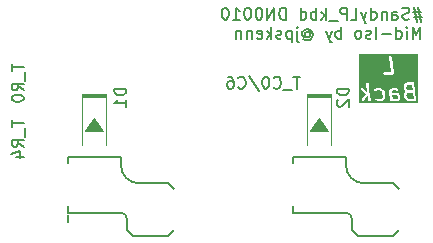
<source format=gbo>
G04 #@! TF.GenerationSoftware,KiCad,Pcbnew,8.0.5*
G04 #@! TF.CreationDate,2024-09-18T07:36:17+09:00*
G04 #@! TF.ProjectId,SandyLP_Middle_Isolated_Area,53616e64-794c-4505-9f4d-6964646c655f,v.0*
G04 #@! TF.SameCoordinates,Original*
G04 #@! TF.FileFunction,Legend,Bot*
G04 #@! TF.FilePolarity,Positive*
%FSLAX46Y46*%
G04 Gerber Fmt 4.6, Leading zero omitted, Abs format (unit mm)*
G04 Created by KiCad (PCBNEW 8.0.5) date 2024-09-18 07:36:17*
%MOMM*%
%LPD*%
G01*
G04 APERTURE LIST*
G04 Aperture macros list*
%AMFreePoly0*
4,1,18,0.629926,1.692426,0.637215,1.683591,0.881507,1.322037,1.335531,0.983935,1.781286,0.836983,1.816077,0.807010,1.822500,0.780000,1.822500,-0.950000,1.804926,-0.992426,1.762500,-1.010000,-0.837500,-1.010000,-0.879926,-0.992426,-0.897500,-0.950000,-0.897500,1.650000,-0.879926,1.692426,-0.837500,1.710000,0.587500,1.710000,0.629926,1.692426,0.629926,1.692426,$1*%
G04 Aperture macros list end*
%ADD10C,0.200000*%
%ADD11C,0.130000*%
%ADD12C,0.150000*%
%ADD13C,0.120000*%
%ADD14C,3.000000*%
%ADD15C,5.000000*%
%ADD16C,1.600000*%
%ADD17FreePoly0,0.000000*%
%ADD18R,2.600000X2.600000*%
%ADD19C,4.400000*%
%ADD20R,1.200000X0.900000*%
%ADD21C,2.000000*%
%ADD22C,0.800000*%
G04 APERTURE END LIST*
D10*
G36*
X60571217Y-45848003D02*
G01*
X60590726Y-45849924D01*
X60901706Y-45849924D01*
X60996521Y-45894543D01*
X61052568Y-45984217D01*
X61063442Y-46071213D01*
X61035350Y-46146124D01*
X60965727Y-46183257D01*
X60679746Y-46183257D01*
X60608125Y-46149553D01*
X60570388Y-45847659D01*
X60571217Y-45848003D01*
G37*
G36*
X62410782Y-46183257D02*
G01*
X62013079Y-46183257D01*
X61904705Y-46132257D01*
X61851240Y-46084732D01*
X61787217Y-45982297D01*
X61768009Y-45828634D01*
X61802968Y-45735411D01*
X61831897Y-45702350D01*
X61982622Y-45649924D01*
X62344115Y-45649924D01*
X62410782Y-46183257D01*
G37*
G36*
X62319115Y-45449924D02*
G01*
X61988080Y-45449924D01*
X61879703Y-45398922D01*
X61826241Y-45351401D01*
X61762217Y-45248963D01*
X61751343Y-45161967D01*
X61786302Y-45068744D01*
X61820600Y-45029546D01*
X61907393Y-44983257D01*
X62260782Y-44983257D01*
X62319115Y-45449924D01*
G37*
G36*
X62779357Y-46538813D02*
G01*
X57752782Y-46538813D01*
X57752782Y-45336208D01*
X57908338Y-45336208D01*
X57910629Y-45375159D01*
X57927652Y-45410268D01*
X57940957Y-45424665D01*
X58327827Y-45768549D01*
X58039259Y-46230257D01*
X58030548Y-46247819D01*
X58024105Y-46286301D01*
X58032879Y-46324320D01*
X58055534Y-46356088D01*
X58088621Y-46376768D01*
X58127103Y-46383211D01*
X58165122Y-46374437D01*
X58196890Y-46351782D01*
X58208859Y-46336257D01*
X58479444Y-45903320D01*
X58512832Y-45932998D01*
X58558165Y-46295660D01*
X58562491Y-46314780D01*
X58581779Y-46348698D01*
X58612578Y-46372653D01*
X58650200Y-46382998D01*
X58688917Y-46378159D01*
X58722834Y-46358871D01*
X58746789Y-46328072D01*
X58757134Y-46290450D01*
X58756621Y-46270853D01*
X58648602Y-45406698D01*
X59049550Y-45406698D01*
X59053338Y-45445532D01*
X59071700Y-45479960D01*
X59101839Y-45504740D01*
X59139166Y-45516100D01*
X59178000Y-45512312D01*
X59196118Y-45504826D01*
X59299059Y-45449924D01*
X59518372Y-45449924D01*
X59626748Y-45500924D01*
X59680211Y-45548446D01*
X59744234Y-45650882D01*
X59788442Y-46004547D01*
X59753483Y-46097770D01*
X59719186Y-46136968D01*
X59632394Y-46183257D01*
X59413079Y-46183257D01*
X59291638Y-46126109D01*
X59273168Y-46119540D01*
X59234193Y-46117702D01*
X59197482Y-46130918D01*
X59168622Y-46157178D01*
X59152008Y-46192482D01*
X59150170Y-46231457D01*
X59163386Y-46268168D01*
X59189646Y-46297028D01*
X59206480Y-46307073D01*
X59348147Y-46373739D01*
X59366617Y-46380308D01*
X59369007Y-46380420D01*
X59371217Y-46381336D01*
X59390726Y-46383257D01*
X59657393Y-46383257D01*
X59676902Y-46381336D01*
X59681442Y-46379455D01*
X59686334Y-46378978D01*
X59704451Y-46371492D01*
X59829451Y-46304827D01*
X59841587Y-46296734D01*
X59843359Y-46295858D01*
X59844481Y-46294804D01*
X59845761Y-46293951D01*
X59847014Y-46292425D01*
X59857651Y-46282441D01*
X59915984Y-46215774D01*
X59924312Y-46204125D01*
X59925710Y-46202629D01*
X59926432Y-46201159D01*
X59927385Y-46199827D01*
X59928040Y-46197888D01*
X59934359Y-46185036D01*
X59984359Y-46051703D01*
X59989410Y-46032762D01*
X59989254Y-46028192D01*
X59990467Y-46023784D01*
X59989954Y-46004188D01*
X59939954Y-45604188D01*
X59935628Y-45585067D01*
X59934585Y-45583233D01*
X59934237Y-45581153D01*
X59925526Y-45563591D01*
X59912489Y-45542731D01*
X60332652Y-45542731D01*
X60333165Y-45562328D01*
X60424832Y-46295661D01*
X60429158Y-46314781D01*
X60448446Y-46348698D01*
X60479245Y-46372653D01*
X60516867Y-46382998D01*
X60555584Y-46378159D01*
X60586656Y-46360488D01*
X60614814Y-46373739D01*
X60633284Y-46380308D01*
X60635674Y-46380420D01*
X60637884Y-46381336D01*
X60657393Y-46383257D01*
X60990726Y-46383257D01*
X61010235Y-46381336D01*
X61014775Y-46379455D01*
X61019667Y-46378978D01*
X61037784Y-46371492D01*
X61162784Y-46304827D01*
X61171692Y-46298886D01*
X61174072Y-46297805D01*
X61175324Y-46296464D01*
X61179094Y-46293951D01*
X61189508Y-46281284D01*
X61200710Y-46269296D01*
X61202710Y-46265227D01*
X61203874Y-46263812D01*
X61204634Y-46261312D01*
X61209359Y-46251703D01*
X61259359Y-46118369D01*
X61264410Y-46099428D01*
X61264254Y-46094859D01*
X61265467Y-46090451D01*
X61264954Y-46070854D01*
X61248288Y-45937521D01*
X61243962Y-45918401D01*
X61242918Y-45916565D01*
X61242570Y-45914485D01*
X61233860Y-45896924D01*
X61150526Y-45763591D01*
X61138557Y-45748065D01*
X61131208Y-45742824D01*
X61125140Y-45736155D01*
X61108306Y-45726109D01*
X60966640Y-45659442D01*
X60948170Y-45652874D01*
X60945781Y-45652761D01*
X60943569Y-45651845D01*
X60924060Y-45649924D01*
X60613080Y-45649924D01*
X60541458Y-45616219D01*
X60534676Y-45561967D01*
X60562768Y-45487057D01*
X60632393Y-45449924D01*
X60851706Y-45449924D01*
X60973146Y-45507073D01*
X60991616Y-45513642D01*
X61030591Y-45515480D01*
X61067303Y-45502264D01*
X61096163Y-45476005D01*
X61112777Y-45440701D01*
X61114615Y-45401726D01*
X61101399Y-45365015D01*
X61075140Y-45336155D01*
X61058306Y-45326109D01*
X60916640Y-45259442D01*
X60898170Y-45252874D01*
X60895781Y-45252761D01*
X60893569Y-45251845D01*
X60874060Y-45249924D01*
X60607393Y-45249924D01*
X60587884Y-45251845D01*
X60583343Y-45253725D01*
X60578452Y-45254203D01*
X60560334Y-45261689D01*
X60435334Y-45328356D01*
X60426431Y-45334292D01*
X60424048Y-45335376D01*
X60422794Y-45336718D01*
X60419024Y-45339232D01*
X60408609Y-45351899D01*
X60397409Y-45363886D01*
X60395408Y-45367954D01*
X60394244Y-45369371D01*
X60393483Y-45371871D01*
X60388760Y-45381478D01*
X60338760Y-45514812D01*
X60333709Y-45533753D01*
X60333864Y-45538322D01*
X60332652Y-45542731D01*
X59912489Y-45542731D01*
X59842193Y-45430257D01*
X59838156Y-45425021D01*
X59837134Y-45422912D01*
X59833494Y-45418973D01*
X59830224Y-45414732D01*
X59828316Y-45413371D01*
X59823829Y-45408516D01*
X59748829Y-45341850D01*
X59743398Y-45337902D01*
X59741807Y-45336154D01*
X59737253Y-45333437D01*
X59732972Y-45330325D01*
X59730741Y-45329551D01*
X59724973Y-45326109D01*
X59583306Y-45259442D01*
X59564836Y-45252873D01*
X59562444Y-45252760D01*
X59560235Y-45251845D01*
X59540726Y-45249924D01*
X59274059Y-45249924D01*
X59254550Y-45251845D01*
X59250009Y-45253725D01*
X59245118Y-45254203D01*
X59227000Y-45261689D01*
X59102000Y-45328356D01*
X59085690Y-45339232D01*
X59060910Y-45369371D01*
X59049550Y-45406698D01*
X58648602Y-45406698D01*
X58615606Y-45142730D01*
X61549319Y-45142730D01*
X61549832Y-45162327D01*
X61566498Y-45295660D01*
X61570824Y-45314781D01*
X61571866Y-45316614D01*
X61572215Y-45318695D01*
X61580926Y-45336257D01*
X61664260Y-45469591D01*
X61668297Y-45474828D01*
X61669319Y-45476935D01*
X61672952Y-45480866D01*
X61676229Y-45485117D01*
X61678139Y-45486479D01*
X61682624Y-45491332D01*
X61725468Y-45529415D01*
X61723413Y-45530365D01*
X61718724Y-45534539D01*
X61713095Y-45537323D01*
X61698803Y-45550740D01*
X61640469Y-45617406D01*
X61632140Y-45629054D01*
X61630742Y-45630552D01*
X61630018Y-45632023D01*
X61629068Y-45633353D01*
X61628413Y-45635289D01*
X61622093Y-45648145D01*
X61572093Y-45781479D01*
X61567042Y-45800420D01*
X61567197Y-45804989D01*
X61565985Y-45809398D01*
X61566498Y-45828994D01*
X61591498Y-46028994D01*
X61595824Y-46048114D01*
X61596867Y-46049949D01*
X61597216Y-46052030D01*
X61605926Y-46069591D01*
X61689260Y-46202924D01*
X61693297Y-46208161D01*
X61694319Y-46210268D01*
X61697953Y-46214201D01*
X61701229Y-46218450D01*
X61703137Y-46219810D01*
X61707623Y-46224665D01*
X61782624Y-46291332D01*
X61788054Y-46295279D01*
X61789646Y-46297028D01*
X61794199Y-46299744D01*
X61798481Y-46302857D01*
X61800711Y-46303630D01*
X61806480Y-46307073D01*
X61948146Y-46373739D01*
X61966616Y-46380308D01*
X61969007Y-46380420D01*
X61971217Y-46381336D01*
X61990726Y-46383257D01*
X62524060Y-46383257D01*
X62543569Y-46381336D01*
X62549361Y-46378936D01*
X62555584Y-46378159D01*
X62567237Y-46371532D01*
X62579617Y-46366404D01*
X62584050Y-46361970D01*
X62589501Y-46358871D01*
X62597729Y-46348291D01*
X62607207Y-46338814D01*
X62609606Y-46333021D01*
X62613456Y-46328072D01*
X62617009Y-46315150D01*
X62622139Y-46302766D01*
X62622139Y-46296494D01*
X62623801Y-46290450D01*
X62623288Y-46270853D01*
X62448288Y-44870854D01*
X62447139Y-44865775D01*
X62447139Y-44863748D01*
X62446128Y-44861307D01*
X62443962Y-44851733D01*
X62437335Y-44840079D01*
X62432207Y-44827700D01*
X62427773Y-44823266D01*
X62424674Y-44817816D01*
X62414094Y-44809587D01*
X62404617Y-44800110D01*
X62398824Y-44797710D01*
X62393875Y-44793861D01*
X62380953Y-44790307D01*
X62368569Y-44785178D01*
X62358798Y-44784215D01*
X62356253Y-44783516D01*
X62354242Y-44783767D01*
X62349060Y-44783257D01*
X61882393Y-44783257D01*
X61862884Y-44785178D01*
X61858343Y-44787058D01*
X61853452Y-44787536D01*
X61835334Y-44795022D01*
X61710334Y-44861689D01*
X61698198Y-44869781D01*
X61696428Y-44870657D01*
X61695306Y-44871709D01*
X61694024Y-44872565D01*
X61692767Y-44874092D01*
X61682135Y-44884074D01*
X61623802Y-44950741D01*
X61615473Y-44962390D01*
X61614076Y-44963886D01*
X61613353Y-44965356D01*
X61612401Y-44966688D01*
X61611745Y-44968626D01*
X61605427Y-44981478D01*
X61555427Y-45114812D01*
X61550376Y-45133753D01*
X61550531Y-45138321D01*
X61549319Y-45142730D01*
X58615606Y-45142730D01*
X58581621Y-44870854D01*
X58577295Y-44851733D01*
X58558007Y-44817816D01*
X58527208Y-44793861D01*
X58489586Y-44783516D01*
X58450869Y-44788355D01*
X58416952Y-44807643D01*
X58392997Y-44838442D01*
X58382652Y-44876064D01*
X58383165Y-44895660D01*
X58475202Y-45631958D01*
X58073829Y-45275183D01*
X58057972Y-45263658D01*
X58021109Y-45250869D01*
X57982158Y-45253160D01*
X57947049Y-45270183D01*
X57921127Y-45299345D01*
X57908338Y-45336208D01*
X57752782Y-45336208D01*
X57752782Y-44009827D01*
X59825980Y-44009827D01*
X59825980Y-44048845D01*
X59840912Y-44084893D01*
X59868502Y-44112483D01*
X59904550Y-44127415D01*
X59924059Y-44129336D01*
X60590726Y-44129336D01*
X60610235Y-44127415D01*
X60616027Y-44125015D01*
X60622250Y-44124238D01*
X60633903Y-44117611D01*
X60646283Y-44112483D01*
X60650716Y-44108049D01*
X60656167Y-44104950D01*
X60664395Y-44094370D01*
X60673873Y-44084893D01*
X60676272Y-44079100D01*
X60680122Y-44074151D01*
X60683675Y-44061229D01*
X60688805Y-44048845D01*
X60688805Y-44042573D01*
X60690467Y-44036529D01*
X60689954Y-44016932D01*
X60514954Y-42616933D01*
X60510628Y-42597812D01*
X60491340Y-42563895D01*
X60460541Y-42539940D01*
X60422919Y-42529595D01*
X60384202Y-42534434D01*
X60350285Y-42553722D01*
X60326330Y-42584521D01*
X60315985Y-42622143D01*
X60316498Y-42641739D01*
X60477448Y-43929336D01*
X59924059Y-43929336D01*
X59904550Y-43931257D01*
X59868502Y-43946189D01*
X59840912Y-43973779D01*
X59825980Y-44009827D01*
X57752782Y-44009827D01*
X57752782Y-42374039D01*
X62779357Y-42374039D01*
X62779357Y-46538813D01*
G37*
D11*
X63007432Y-38803250D02*
X62293147Y-38803250D01*
X62721718Y-38374678D02*
X63007432Y-39660393D01*
X62388385Y-39231821D02*
X63102670Y-39231821D01*
X62674099Y-39660393D02*
X62388385Y-38374678D01*
X62007432Y-39422298D02*
X61864575Y-39469917D01*
X61864575Y-39469917D02*
X61626480Y-39469917D01*
X61626480Y-39469917D02*
X61531242Y-39422298D01*
X61531242Y-39422298D02*
X61483623Y-39374678D01*
X61483623Y-39374678D02*
X61436004Y-39279440D01*
X61436004Y-39279440D02*
X61436004Y-39184202D01*
X61436004Y-39184202D02*
X61483623Y-39088964D01*
X61483623Y-39088964D02*
X61531242Y-39041345D01*
X61531242Y-39041345D02*
X61626480Y-38993726D01*
X61626480Y-38993726D02*
X61816956Y-38946107D01*
X61816956Y-38946107D02*
X61912194Y-38898488D01*
X61912194Y-38898488D02*
X61959813Y-38850869D01*
X61959813Y-38850869D02*
X62007432Y-38755631D01*
X62007432Y-38755631D02*
X62007432Y-38660393D01*
X62007432Y-38660393D02*
X61959813Y-38565155D01*
X61959813Y-38565155D02*
X61912194Y-38517536D01*
X61912194Y-38517536D02*
X61816956Y-38469917D01*
X61816956Y-38469917D02*
X61578861Y-38469917D01*
X61578861Y-38469917D02*
X61436004Y-38517536D01*
X60578861Y-39469917D02*
X60578861Y-38946107D01*
X60578861Y-38946107D02*
X60626480Y-38850869D01*
X60626480Y-38850869D02*
X60721718Y-38803250D01*
X60721718Y-38803250D02*
X60912194Y-38803250D01*
X60912194Y-38803250D02*
X61007432Y-38850869D01*
X60578861Y-39422298D02*
X60674099Y-39469917D01*
X60674099Y-39469917D02*
X60912194Y-39469917D01*
X60912194Y-39469917D02*
X61007432Y-39422298D01*
X61007432Y-39422298D02*
X61055051Y-39327059D01*
X61055051Y-39327059D02*
X61055051Y-39231821D01*
X61055051Y-39231821D02*
X61007432Y-39136583D01*
X61007432Y-39136583D02*
X60912194Y-39088964D01*
X60912194Y-39088964D02*
X60674099Y-39088964D01*
X60674099Y-39088964D02*
X60578861Y-39041345D01*
X60102670Y-38803250D02*
X60102670Y-39469917D01*
X60102670Y-38898488D02*
X60055051Y-38850869D01*
X60055051Y-38850869D02*
X59959813Y-38803250D01*
X59959813Y-38803250D02*
X59816956Y-38803250D01*
X59816956Y-38803250D02*
X59721718Y-38850869D01*
X59721718Y-38850869D02*
X59674099Y-38946107D01*
X59674099Y-38946107D02*
X59674099Y-39469917D01*
X58769337Y-39469917D02*
X58769337Y-38469917D01*
X58769337Y-39422298D02*
X58864575Y-39469917D01*
X58864575Y-39469917D02*
X59055051Y-39469917D01*
X59055051Y-39469917D02*
X59150289Y-39422298D01*
X59150289Y-39422298D02*
X59197908Y-39374678D01*
X59197908Y-39374678D02*
X59245527Y-39279440D01*
X59245527Y-39279440D02*
X59245527Y-38993726D01*
X59245527Y-38993726D02*
X59197908Y-38898488D01*
X59197908Y-38898488D02*
X59150289Y-38850869D01*
X59150289Y-38850869D02*
X59055051Y-38803250D01*
X59055051Y-38803250D02*
X58864575Y-38803250D01*
X58864575Y-38803250D02*
X58769337Y-38850869D01*
X58388384Y-38803250D02*
X58150289Y-39469917D01*
X57912194Y-38803250D02*
X58150289Y-39469917D01*
X58150289Y-39469917D02*
X58245527Y-39708012D01*
X58245527Y-39708012D02*
X58293146Y-39755631D01*
X58293146Y-39755631D02*
X58388384Y-39803250D01*
X57055051Y-39469917D02*
X57531241Y-39469917D01*
X57531241Y-39469917D02*
X57531241Y-38469917D01*
X56721717Y-39469917D02*
X56721717Y-38469917D01*
X56721717Y-38469917D02*
X56340765Y-38469917D01*
X56340765Y-38469917D02*
X56245527Y-38517536D01*
X56245527Y-38517536D02*
X56197908Y-38565155D01*
X56197908Y-38565155D02*
X56150289Y-38660393D01*
X56150289Y-38660393D02*
X56150289Y-38803250D01*
X56150289Y-38803250D02*
X56197908Y-38898488D01*
X56197908Y-38898488D02*
X56245527Y-38946107D01*
X56245527Y-38946107D02*
X56340765Y-38993726D01*
X56340765Y-38993726D02*
X56721717Y-38993726D01*
X55959813Y-39565155D02*
X55197908Y-39565155D01*
X54959812Y-39469917D02*
X54959812Y-38469917D01*
X54864574Y-39088964D02*
X54578860Y-39469917D01*
X54578860Y-38803250D02*
X54959812Y-39184202D01*
X54150288Y-39469917D02*
X54150288Y-38469917D01*
X54150288Y-38850869D02*
X54055050Y-38803250D01*
X54055050Y-38803250D02*
X53864574Y-38803250D01*
X53864574Y-38803250D02*
X53769336Y-38850869D01*
X53769336Y-38850869D02*
X53721717Y-38898488D01*
X53721717Y-38898488D02*
X53674098Y-38993726D01*
X53674098Y-38993726D02*
X53674098Y-39279440D01*
X53674098Y-39279440D02*
X53721717Y-39374678D01*
X53721717Y-39374678D02*
X53769336Y-39422298D01*
X53769336Y-39422298D02*
X53864574Y-39469917D01*
X53864574Y-39469917D02*
X54055050Y-39469917D01*
X54055050Y-39469917D02*
X54150288Y-39422298D01*
X52816955Y-39469917D02*
X52816955Y-38469917D01*
X52816955Y-39422298D02*
X52912193Y-39469917D01*
X52912193Y-39469917D02*
X53102669Y-39469917D01*
X53102669Y-39469917D02*
X53197907Y-39422298D01*
X53197907Y-39422298D02*
X53245526Y-39374678D01*
X53245526Y-39374678D02*
X53293145Y-39279440D01*
X53293145Y-39279440D02*
X53293145Y-38993726D01*
X53293145Y-38993726D02*
X53245526Y-38898488D01*
X53245526Y-38898488D02*
X53197907Y-38850869D01*
X53197907Y-38850869D02*
X53102669Y-38803250D01*
X53102669Y-38803250D02*
X52912193Y-38803250D01*
X52912193Y-38803250D02*
X52816955Y-38850869D01*
X51578859Y-39469917D02*
X51578859Y-38469917D01*
X51578859Y-38469917D02*
X51340764Y-38469917D01*
X51340764Y-38469917D02*
X51197907Y-38517536D01*
X51197907Y-38517536D02*
X51102669Y-38612774D01*
X51102669Y-38612774D02*
X51055050Y-38708012D01*
X51055050Y-38708012D02*
X51007431Y-38898488D01*
X51007431Y-38898488D02*
X51007431Y-39041345D01*
X51007431Y-39041345D02*
X51055050Y-39231821D01*
X51055050Y-39231821D02*
X51102669Y-39327059D01*
X51102669Y-39327059D02*
X51197907Y-39422298D01*
X51197907Y-39422298D02*
X51340764Y-39469917D01*
X51340764Y-39469917D02*
X51578859Y-39469917D01*
X50578859Y-39469917D02*
X50578859Y-38469917D01*
X50578859Y-38469917D02*
X50007431Y-39469917D01*
X50007431Y-39469917D02*
X50007431Y-38469917D01*
X49340764Y-38469917D02*
X49245526Y-38469917D01*
X49245526Y-38469917D02*
X49150288Y-38517536D01*
X49150288Y-38517536D02*
X49102669Y-38565155D01*
X49102669Y-38565155D02*
X49055050Y-38660393D01*
X49055050Y-38660393D02*
X49007431Y-38850869D01*
X49007431Y-38850869D02*
X49007431Y-39088964D01*
X49007431Y-39088964D02*
X49055050Y-39279440D01*
X49055050Y-39279440D02*
X49102669Y-39374678D01*
X49102669Y-39374678D02*
X49150288Y-39422298D01*
X49150288Y-39422298D02*
X49245526Y-39469917D01*
X49245526Y-39469917D02*
X49340764Y-39469917D01*
X49340764Y-39469917D02*
X49436002Y-39422298D01*
X49436002Y-39422298D02*
X49483621Y-39374678D01*
X49483621Y-39374678D02*
X49531240Y-39279440D01*
X49531240Y-39279440D02*
X49578859Y-39088964D01*
X49578859Y-39088964D02*
X49578859Y-38850869D01*
X49578859Y-38850869D02*
X49531240Y-38660393D01*
X49531240Y-38660393D02*
X49483621Y-38565155D01*
X49483621Y-38565155D02*
X49436002Y-38517536D01*
X49436002Y-38517536D02*
X49340764Y-38469917D01*
X48388383Y-38469917D02*
X48293145Y-38469917D01*
X48293145Y-38469917D02*
X48197907Y-38517536D01*
X48197907Y-38517536D02*
X48150288Y-38565155D01*
X48150288Y-38565155D02*
X48102669Y-38660393D01*
X48102669Y-38660393D02*
X48055050Y-38850869D01*
X48055050Y-38850869D02*
X48055050Y-39088964D01*
X48055050Y-39088964D02*
X48102669Y-39279440D01*
X48102669Y-39279440D02*
X48150288Y-39374678D01*
X48150288Y-39374678D02*
X48197907Y-39422298D01*
X48197907Y-39422298D02*
X48293145Y-39469917D01*
X48293145Y-39469917D02*
X48388383Y-39469917D01*
X48388383Y-39469917D02*
X48483621Y-39422298D01*
X48483621Y-39422298D02*
X48531240Y-39374678D01*
X48531240Y-39374678D02*
X48578859Y-39279440D01*
X48578859Y-39279440D02*
X48626478Y-39088964D01*
X48626478Y-39088964D02*
X48626478Y-38850869D01*
X48626478Y-38850869D02*
X48578859Y-38660393D01*
X48578859Y-38660393D02*
X48531240Y-38565155D01*
X48531240Y-38565155D02*
X48483621Y-38517536D01*
X48483621Y-38517536D02*
X48388383Y-38469917D01*
X47102669Y-39469917D02*
X47674097Y-39469917D01*
X47388383Y-39469917D02*
X47388383Y-38469917D01*
X47388383Y-38469917D02*
X47483621Y-38612774D01*
X47483621Y-38612774D02*
X47578859Y-38708012D01*
X47578859Y-38708012D02*
X47674097Y-38755631D01*
X46483621Y-38469917D02*
X46388383Y-38469917D01*
X46388383Y-38469917D02*
X46293145Y-38517536D01*
X46293145Y-38517536D02*
X46245526Y-38565155D01*
X46245526Y-38565155D02*
X46197907Y-38660393D01*
X46197907Y-38660393D02*
X46150288Y-38850869D01*
X46150288Y-38850869D02*
X46150288Y-39088964D01*
X46150288Y-39088964D02*
X46197907Y-39279440D01*
X46197907Y-39279440D02*
X46245526Y-39374678D01*
X46245526Y-39374678D02*
X46293145Y-39422298D01*
X46293145Y-39422298D02*
X46388383Y-39469917D01*
X46388383Y-39469917D02*
X46483621Y-39469917D01*
X46483621Y-39469917D02*
X46578859Y-39422298D01*
X46578859Y-39422298D02*
X46626478Y-39374678D01*
X46626478Y-39374678D02*
X46674097Y-39279440D01*
X46674097Y-39279440D02*
X46721716Y-39088964D01*
X46721716Y-39088964D02*
X46721716Y-38850869D01*
X46721716Y-38850869D02*
X46674097Y-38660393D01*
X46674097Y-38660393D02*
X46626478Y-38565155D01*
X46626478Y-38565155D02*
X46578859Y-38517536D01*
X46578859Y-38517536D02*
X46483621Y-38469917D01*
X62959813Y-41079861D02*
X62959813Y-40079861D01*
X62959813Y-40079861D02*
X62626480Y-40794146D01*
X62626480Y-40794146D02*
X62293147Y-40079861D01*
X62293147Y-40079861D02*
X62293147Y-41079861D01*
X61816956Y-41079861D02*
X61816956Y-40413194D01*
X61816956Y-40079861D02*
X61864575Y-40127480D01*
X61864575Y-40127480D02*
X61816956Y-40175099D01*
X61816956Y-40175099D02*
X61769337Y-40127480D01*
X61769337Y-40127480D02*
X61816956Y-40079861D01*
X61816956Y-40079861D02*
X61816956Y-40175099D01*
X60912195Y-41079861D02*
X60912195Y-40079861D01*
X60912195Y-41032242D02*
X61007433Y-41079861D01*
X61007433Y-41079861D02*
X61197909Y-41079861D01*
X61197909Y-41079861D02*
X61293147Y-41032242D01*
X61293147Y-41032242D02*
X61340766Y-40984622D01*
X61340766Y-40984622D02*
X61388385Y-40889384D01*
X61388385Y-40889384D02*
X61388385Y-40603670D01*
X61388385Y-40603670D02*
X61340766Y-40508432D01*
X61340766Y-40508432D02*
X61293147Y-40460813D01*
X61293147Y-40460813D02*
X61197909Y-40413194D01*
X61197909Y-40413194D02*
X61007433Y-40413194D01*
X61007433Y-40413194D02*
X60912195Y-40460813D01*
X60436004Y-40698908D02*
X59674100Y-40698908D01*
X59197909Y-41079861D02*
X59197909Y-40079861D01*
X58769338Y-41032242D02*
X58674100Y-41079861D01*
X58674100Y-41079861D02*
X58483624Y-41079861D01*
X58483624Y-41079861D02*
X58388386Y-41032242D01*
X58388386Y-41032242D02*
X58340767Y-40937003D01*
X58340767Y-40937003D02*
X58340767Y-40889384D01*
X58340767Y-40889384D02*
X58388386Y-40794146D01*
X58388386Y-40794146D02*
X58483624Y-40746527D01*
X58483624Y-40746527D02*
X58626481Y-40746527D01*
X58626481Y-40746527D02*
X58721719Y-40698908D01*
X58721719Y-40698908D02*
X58769338Y-40603670D01*
X58769338Y-40603670D02*
X58769338Y-40556051D01*
X58769338Y-40556051D02*
X58721719Y-40460813D01*
X58721719Y-40460813D02*
X58626481Y-40413194D01*
X58626481Y-40413194D02*
X58483624Y-40413194D01*
X58483624Y-40413194D02*
X58388386Y-40460813D01*
X57769338Y-41079861D02*
X57864576Y-41032242D01*
X57864576Y-41032242D02*
X57912195Y-40984622D01*
X57912195Y-40984622D02*
X57959814Y-40889384D01*
X57959814Y-40889384D02*
X57959814Y-40603670D01*
X57959814Y-40603670D02*
X57912195Y-40508432D01*
X57912195Y-40508432D02*
X57864576Y-40460813D01*
X57864576Y-40460813D02*
X57769338Y-40413194D01*
X57769338Y-40413194D02*
X57626481Y-40413194D01*
X57626481Y-40413194D02*
X57531243Y-40460813D01*
X57531243Y-40460813D02*
X57483624Y-40508432D01*
X57483624Y-40508432D02*
X57436005Y-40603670D01*
X57436005Y-40603670D02*
X57436005Y-40889384D01*
X57436005Y-40889384D02*
X57483624Y-40984622D01*
X57483624Y-40984622D02*
X57531243Y-41032242D01*
X57531243Y-41032242D02*
X57626481Y-41079861D01*
X57626481Y-41079861D02*
X57769338Y-41079861D01*
X56245528Y-41079861D02*
X56245528Y-40079861D01*
X56245528Y-40460813D02*
X56150290Y-40413194D01*
X56150290Y-40413194D02*
X55959814Y-40413194D01*
X55959814Y-40413194D02*
X55864576Y-40460813D01*
X55864576Y-40460813D02*
X55816957Y-40508432D01*
X55816957Y-40508432D02*
X55769338Y-40603670D01*
X55769338Y-40603670D02*
X55769338Y-40889384D01*
X55769338Y-40889384D02*
X55816957Y-40984622D01*
X55816957Y-40984622D02*
X55864576Y-41032242D01*
X55864576Y-41032242D02*
X55959814Y-41079861D01*
X55959814Y-41079861D02*
X56150290Y-41079861D01*
X56150290Y-41079861D02*
X56245528Y-41032242D01*
X55436004Y-40413194D02*
X55197909Y-41079861D01*
X54959814Y-40413194D02*
X55197909Y-41079861D01*
X55197909Y-41079861D02*
X55293147Y-41317956D01*
X55293147Y-41317956D02*
X55340766Y-41365575D01*
X55340766Y-41365575D02*
X55436004Y-41413194D01*
X53197909Y-40603670D02*
X53245528Y-40556051D01*
X53245528Y-40556051D02*
X53340766Y-40508432D01*
X53340766Y-40508432D02*
X53436004Y-40508432D01*
X53436004Y-40508432D02*
X53531242Y-40556051D01*
X53531242Y-40556051D02*
X53578861Y-40603670D01*
X53578861Y-40603670D02*
X53626480Y-40698908D01*
X53626480Y-40698908D02*
X53626480Y-40794146D01*
X53626480Y-40794146D02*
X53578861Y-40889384D01*
X53578861Y-40889384D02*
X53531242Y-40937003D01*
X53531242Y-40937003D02*
X53436004Y-40984622D01*
X53436004Y-40984622D02*
X53340766Y-40984622D01*
X53340766Y-40984622D02*
X53245528Y-40937003D01*
X53245528Y-40937003D02*
X53197909Y-40889384D01*
X53197909Y-40508432D02*
X53197909Y-40889384D01*
X53197909Y-40889384D02*
X53150290Y-40937003D01*
X53150290Y-40937003D02*
X53102671Y-40937003D01*
X53102671Y-40937003D02*
X53007432Y-40889384D01*
X53007432Y-40889384D02*
X52959813Y-40794146D01*
X52959813Y-40794146D02*
X52959813Y-40556051D01*
X52959813Y-40556051D02*
X53055052Y-40413194D01*
X53055052Y-40413194D02*
X53197909Y-40317956D01*
X53197909Y-40317956D02*
X53388385Y-40270337D01*
X53388385Y-40270337D02*
X53578861Y-40317956D01*
X53578861Y-40317956D02*
X53721718Y-40413194D01*
X53721718Y-40413194D02*
X53816956Y-40556051D01*
X53816956Y-40556051D02*
X53864575Y-40746527D01*
X53864575Y-40746527D02*
X53816956Y-40937003D01*
X53816956Y-40937003D02*
X53721718Y-41079861D01*
X53721718Y-41079861D02*
X53578861Y-41175099D01*
X53578861Y-41175099D02*
X53388385Y-41222718D01*
X53388385Y-41222718D02*
X53197909Y-41175099D01*
X53197909Y-41175099D02*
X53055052Y-41079861D01*
X52531242Y-40413194D02*
X52531242Y-41270337D01*
X52531242Y-41270337D02*
X52578861Y-41365575D01*
X52578861Y-41365575D02*
X52674099Y-41413194D01*
X52674099Y-41413194D02*
X52721718Y-41413194D01*
X52531242Y-40079861D02*
X52578861Y-40127480D01*
X52578861Y-40127480D02*
X52531242Y-40175099D01*
X52531242Y-40175099D02*
X52483623Y-40127480D01*
X52483623Y-40127480D02*
X52531242Y-40079861D01*
X52531242Y-40079861D02*
X52531242Y-40175099D01*
X52055052Y-40413194D02*
X52055052Y-41413194D01*
X52055052Y-40460813D02*
X51959814Y-40413194D01*
X51959814Y-40413194D02*
X51769338Y-40413194D01*
X51769338Y-40413194D02*
X51674100Y-40460813D01*
X51674100Y-40460813D02*
X51626481Y-40508432D01*
X51626481Y-40508432D02*
X51578862Y-40603670D01*
X51578862Y-40603670D02*
X51578862Y-40889384D01*
X51578862Y-40889384D02*
X51626481Y-40984622D01*
X51626481Y-40984622D02*
X51674100Y-41032242D01*
X51674100Y-41032242D02*
X51769338Y-41079861D01*
X51769338Y-41079861D02*
X51959814Y-41079861D01*
X51959814Y-41079861D02*
X52055052Y-41032242D01*
X51197909Y-41032242D02*
X51102671Y-41079861D01*
X51102671Y-41079861D02*
X50912195Y-41079861D01*
X50912195Y-41079861D02*
X50816957Y-41032242D01*
X50816957Y-41032242D02*
X50769338Y-40937003D01*
X50769338Y-40937003D02*
X50769338Y-40889384D01*
X50769338Y-40889384D02*
X50816957Y-40794146D01*
X50816957Y-40794146D02*
X50912195Y-40746527D01*
X50912195Y-40746527D02*
X51055052Y-40746527D01*
X51055052Y-40746527D02*
X51150290Y-40698908D01*
X51150290Y-40698908D02*
X51197909Y-40603670D01*
X51197909Y-40603670D02*
X51197909Y-40556051D01*
X51197909Y-40556051D02*
X51150290Y-40460813D01*
X51150290Y-40460813D02*
X51055052Y-40413194D01*
X51055052Y-40413194D02*
X50912195Y-40413194D01*
X50912195Y-40413194D02*
X50816957Y-40460813D01*
X50340766Y-41079861D02*
X50340766Y-40079861D01*
X50245528Y-40698908D02*
X49959814Y-41079861D01*
X49959814Y-40413194D02*
X50340766Y-40794146D01*
X49150290Y-41032242D02*
X49245528Y-41079861D01*
X49245528Y-41079861D02*
X49436004Y-41079861D01*
X49436004Y-41079861D02*
X49531242Y-41032242D01*
X49531242Y-41032242D02*
X49578861Y-40937003D01*
X49578861Y-40937003D02*
X49578861Y-40556051D01*
X49578861Y-40556051D02*
X49531242Y-40460813D01*
X49531242Y-40460813D02*
X49436004Y-40413194D01*
X49436004Y-40413194D02*
X49245528Y-40413194D01*
X49245528Y-40413194D02*
X49150290Y-40460813D01*
X49150290Y-40460813D02*
X49102671Y-40556051D01*
X49102671Y-40556051D02*
X49102671Y-40651289D01*
X49102671Y-40651289D02*
X49578861Y-40746527D01*
X48674099Y-40413194D02*
X48674099Y-41079861D01*
X48674099Y-40508432D02*
X48626480Y-40460813D01*
X48626480Y-40460813D02*
X48531242Y-40413194D01*
X48531242Y-40413194D02*
X48388385Y-40413194D01*
X48388385Y-40413194D02*
X48293147Y-40460813D01*
X48293147Y-40460813D02*
X48245528Y-40556051D01*
X48245528Y-40556051D02*
X48245528Y-41079861D01*
X47769337Y-40413194D02*
X47769337Y-41079861D01*
X47769337Y-40508432D02*
X47721718Y-40460813D01*
X47721718Y-40460813D02*
X47626480Y-40413194D01*
X47626480Y-40413194D02*
X47483623Y-40413194D01*
X47483623Y-40413194D02*
X47388385Y-40460813D01*
X47388385Y-40460813D02*
X47340766Y-40556051D01*
X47340766Y-40556051D02*
X47340766Y-41079861D01*
D12*
X38041379Y-45315310D02*
X37041379Y-45315310D01*
X37041379Y-45315310D02*
X37041379Y-45553405D01*
X37041379Y-45553405D02*
X37088998Y-45696262D01*
X37088998Y-45696262D02*
X37184236Y-45791500D01*
X37184236Y-45791500D02*
X37279474Y-45839119D01*
X37279474Y-45839119D02*
X37469950Y-45886738D01*
X37469950Y-45886738D02*
X37612807Y-45886738D01*
X37612807Y-45886738D02*
X37803283Y-45839119D01*
X37803283Y-45839119D02*
X37898521Y-45791500D01*
X37898521Y-45791500D02*
X37993760Y-45696262D01*
X37993760Y-45696262D02*
X38041379Y-45553405D01*
X38041379Y-45553405D02*
X38041379Y-45315310D01*
X38041379Y-46839119D02*
X38041379Y-46267691D01*
X38041379Y-46553405D02*
X37041379Y-46553405D01*
X37041379Y-46553405D02*
X37184236Y-46458167D01*
X37184236Y-46458167D02*
X37279474Y-46362929D01*
X37279474Y-46362929D02*
X37327093Y-46267691D01*
X52776291Y-44317599D02*
X52204863Y-44317599D01*
X52490577Y-45317599D02*
X52490577Y-44317599D01*
X52109625Y-45412837D02*
X51347720Y-45412837D01*
X50538196Y-45222360D02*
X50585815Y-45269980D01*
X50585815Y-45269980D02*
X50728672Y-45317599D01*
X50728672Y-45317599D02*
X50823910Y-45317599D01*
X50823910Y-45317599D02*
X50966767Y-45269980D01*
X50966767Y-45269980D02*
X51062005Y-45174741D01*
X51062005Y-45174741D02*
X51109624Y-45079503D01*
X51109624Y-45079503D02*
X51157243Y-44889027D01*
X51157243Y-44889027D02*
X51157243Y-44746170D01*
X51157243Y-44746170D02*
X51109624Y-44555694D01*
X51109624Y-44555694D02*
X51062005Y-44460456D01*
X51062005Y-44460456D02*
X50966767Y-44365218D01*
X50966767Y-44365218D02*
X50823910Y-44317599D01*
X50823910Y-44317599D02*
X50728672Y-44317599D01*
X50728672Y-44317599D02*
X50585815Y-44365218D01*
X50585815Y-44365218D02*
X50538196Y-44412837D01*
X49919148Y-44317599D02*
X49823910Y-44317599D01*
X49823910Y-44317599D02*
X49728672Y-44365218D01*
X49728672Y-44365218D02*
X49681053Y-44412837D01*
X49681053Y-44412837D02*
X49633434Y-44508075D01*
X49633434Y-44508075D02*
X49585815Y-44698551D01*
X49585815Y-44698551D02*
X49585815Y-44936646D01*
X49585815Y-44936646D02*
X49633434Y-45127122D01*
X49633434Y-45127122D02*
X49681053Y-45222360D01*
X49681053Y-45222360D02*
X49728672Y-45269980D01*
X49728672Y-45269980D02*
X49823910Y-45317599D01*
X49823910Y-45317599D02*
X49919148Y-45317599D01*
X49919148Y-45317599D02*
X50014386Y-45269980D01*
X50014386Y-45269980D02*
X50062005Y-45222360D01*
X50062005Y-45222360D02*
X50109624Y-45127122D01*
X50109624Y-45127122D02*
X50157243Y-44936646D01*
X50157243Y-44936646D02*
X50157243Y-44698551D01*
X50157243Y-44698551D02*
X50109624Y-44508075D01*
X50109624Y-44508075D02*
X50062005Y-44412837D01*
X50062005Y-44412837D02*
X50014386Y-44365218D01*
X50014386Y-44365218D02*
X49919148Y-44317599D01*
X48442958Y-44269980D02*
X49300100Y-45555694D01*
X47538196Y-45222360D02*
X47585815Y-45269980D01*
X47585815Y-45269980D02*
X47728672Y-45317599D01*
X47728672Y-45317599D02*
X47823910Y-45317599D01*
X47823910Y-45317599D02*
X47966767Y-45269980D01*
X47966767Y-45269980D02*
X48062005Y-45174741D01*
X48062005Y-45174741D02*
X48109624Y-45079503D01*
X48109624Y-45079503D02*
X48157243Y-44889027D01*
X48157243Y-44889027D02*
X48157243Y-44746170D01*
X48157243Y-44746170D02*
X48109624Y-44555694D01*
X48109624Y-44555694D02*
X48062005Y-44460456D01*
X48062005Y-44460456D02*
X47966767Y-44365218D01*
X47966767Y-44365218D02*
X47823910Y-44317599D01*
X47823910Y-44317599D02*
X47728672Y-44317599D01*
X47728672Y-44317599D02*
X47585815Y-44365218D01*
X47585815Y-44365218D02*
X47538196Y-44412837D01*
X46681053Y-44317599D02*
X46871529Y-44317599D01*
X46871529Y-44317599D02*
X46966767Y-44365218D01*
X46966767Y-44365218D02*
X47014386Y-44412837D01*
X47014386Y-44412837D02*
X47109624Y-44555694D01*
X47109624Y-44555694D02*
X47157243Y-44746170D01*
X47157243Y-44746170D02*
X47157243Y-45127122D01*
X47157243Y-45127122D02*
X47109624Y-45222360D01*
X47109624Y-45222360D02*
X47062005Y-45269980D01*
X47062005Y-45269980D02*
X46966767Y-45317599D01*
X46966767Y-45317599D02*
X46776291Y-45317599D01*
X46776291Y-45317599D02*
X46681053Y-45269980D01*
X46681053Y-45269980D02*
X46633434Y-45222360D01*
X46633434Y-45222360D02*
X46585815Y-45127122D01*
X46585815Y-45127122D02*
X46585815Y-44889027D01*
X46585815Y-44889027D02*
X46633434Y-44793789D01*
X46633434Y-44793789D02*
X46681053Y-44746170D01*
X46681053Y-44746170D02*
X46776291Y-44698551D01*
X46776291Y-44698551D02*
X46966767Y-44698551D01*
X46966767Y-44698551D02*
X47062005Y-44746170D01*
X47062005Y-44746170D02*
X47109624Y-44793789D01*
X47109624Y-44793789D02*
X47157243Y-44889027D01*
X28363254Y-43219923D02*
X28363254Y-43791351D01*
X29363254Y-43505637D02*
X28363254Y-43505637D01*
X29458492Y-43886590D02*
X29458492Y-44648494D01*
X29363254Y-45458018D02*
X28887063Y-45124685D01*
X29363254Y-44886590D02*
X28363254Y-44886590D01*
X28363254Y-44886590D02*
X28363254Y-45267542D01*
X28363254Y-45267542D02*
X28410873Y-45362780D01*
X28410873Y-45362780D02*
X28458492Y-45410399D01*
X28458492Y-45410399D02*
X28553730Y-45458018D01*
X28553730Y-45458018D02*
X28696587Y-45458018D01*
X28696587Y-45458018D02*
X28791825Y-45410399D01*
X28791825Y-45410399D02*
X28839444Y-45362780D01*
X28839444Y-45362780D02*
X28887063Y-45267542D01*
X28887063Y-45267542D02*
X28887063Y-44886590D01*
X28363254Y-46077066D02*
X28363254Y-46172304D01*
X28363254Y-46172304D02*
X28410873Y-46267542D01*
X28410873Y-46267542D02*
X28458492Y-46315161D01*
X28458492Y-46315161D02*
X28553730Y-46362780D01*
X28553730Y-46362780D02*
X28744206Y-46410399D01*
X28744206Y-46410399D02*
X28982301Y-46410399D01*
X28982301Y-46410399D02*
X29172777Y-46362780D01*
X29172777Y-46362780D02*
X29268015Y-46315161D01*
X29268015Y-46315161D02*
X29315635Y-46267542D01*
X29315635Y-46267542D02*
X29363254Y-46172304D01*
X29363254Y-46172304D02*
X29363254Y-46077066D01*
X29363254Y-46077066D02*
X29315635Y-45981828D01*
X29315635Y-45981828D02*
X29268015Y-45934209D01*
X29268015Y-45934209D02*
X29172777Y-45886590D01*
X29172777Y-45886590D02*
X28982301Y-45838971D01*
X28982301Y-45838971D02*
X28744206Y-45838971D01*
X28744206Y-45838971D02*
X28553730Y-45886590D01*
X28553730Y-45886590D02*
X28458492Y-45934209D01*
X28458492Y-45934209D02*
X28410873Y-45981828D01*
X28410873Y-45981828D02*
X28363254Y-46077066D01*
X56891379Y-45315310D02*
X55891379Y-45315310D01*
X55891379Y-45315310D02*
X55891379Y-45553405D01*
X55891379Y-45553405D02*
X55938998Y-45696262D01*
X55938998Y-45696262D02*
X56034236Y-45791500D01*
X56034236Y-45791500D02*
X56129474Y-45839119D01*
X56129474Y-45839119D02*
X56319950Y-45886738D01*
X56319950Y-45886738D02*
X56462807Y-45886738D01*
X56462807Y-45886738D02*
X56653283Y-45839119D01*
X56653283Y-45839119D02*
X56748521Y-45791500D01*
X56748521Y-45791500D02*
X56843760Y-45696262D01*
X56843760Y-45696262D02*
X56891379Y-45553405D01*
X56891379Y-45553405D02*
X56891379Y-45315310D01*
X55986617Y-46267691D02*
X55938998Y-46315310D01*
X55938998Y-46315310D02*
X55891379Y-46410548D01*
X55891379Y-46410548D02*
X55891379Y-46648643D01*
X55891379Y-46648643D02*
X55938998Y-46743881D01*
X55938998Y-46743881D02*
X55986617Y-46791500D01*
X55986617Y-46791500D02*
X56081855Y-46839119D01*
X56081855Y-46839119D02*
X56177093Y-46839119D01*
X56177093Y-46839119D02*
X56319950Y-46791500D01*
X56319950Y-46791500D02*
X56891379Y-46220072D01*
X56891379Y-46220072D02*
X56891379Y-46839119D01*
X28363254Y-47982423D02*
X28363254Y-48553851D01*
X29363254Y-48268137D02*
X28363254Y-48268137D01*
X29458492Y-48649090D02*
X29458492Y-49410994D01*
X29363254Y-50220518D02*
X28887063Y-49887185D01*
X29363254Y-49649090D02*
X28363254Y-49649090D01*
X28363254Y-49649090D02*
X28363254Y-50030042D01*
X28363254Y-50030042D02*
X28410873Y-50125280D01*
X28410873Y-50125280D02*
X28458492Y-50172899D01*
X28458492Y-50172899D02*
X28553730Y-50220518D01*
X28553730Y-50220518D02*
X28696587Y-50220518D01*
X28696587Y-50220518D02*
X28791825Y-50172899D01*
X28791825Y-50172899D02*
X28839444Y-50125280D01*
X28839444Y-50125280D02*
X28887063Y-50030042D01*
X28887063Y-50030042D02*
X28887063Y-49649090D01*
X28696587Y-51077661D02*
X29363254Y-51077661D01*
X28315635Y-50839566D02*
X29029920Y-50601471D01*
X29029920Y-50601471D02*
X29029920Y-51220518D01*
X33108435Y-51125280D02*
X33108435Y-51625280D01*
X33108435Y-55225280D02*
X33108435Y-55825280D01*
X33108435Y-55825280D02*
X37608435Y-55825280D01*
X37608435Y-51125280D02*
X33108435Y-51125280D01*
X37608435Y-51825280D02*
X37608435Y-51125280D01*
X38108435Y-56325280D02*
X38108435Y-57325280D01*
X38608435Y-57825280D02*
X38108435Y-57325280D01*
X41608435Y-53325280D02*
X39108435Y-53325280D01*
X41608435Y-57825280D02*
X38608435Y-57825280D01*
X42108435Y-53825280D02*
X41608435Y-53325280D01*
X42108435Y-57325280D02*
X41608435Y-57825280D01*
X37608435Y-55825280D02*
G75*
G02*
X38108435Y-56325280I-1J-500001D01*
G01*
X39108435Y-53325280D02*
G75*
G02*
X37608435Y-51825280I1J1500001D01*
G01*
X52158435Y-51125280D02*
X52158435Y-51625280D01*
X52158435Y-55225280D02*
X52158435Y-55825280D01*
X52158435Y-55825280D02*
X56658435Y-55825280D01*
X56658435Y-51125280D02*
X52158435Y-51125280D01*
X56658435Y-51825280D02*
X56658435Y-51125280D01*
X57158435Y-56325280D02*
X57158435Y-57325280D01*
X57658435Y-57825280D02*
X57158435Y-57325280D01*
X60658435Y-53325280D02*
X58158435Y-53325280D01*
X60658435Y-57825280D02*
X57658435Y-57825280D01*
X61158435Y-53825280D02*
X60658435Y-53325280D01*
X61158435Y-57325280D02*
X60658435Y-57825280D01*
X56658435Y-55825280D02*
G75*
G02*
X57158435Y-56325280I-1J-500001D01*
G01*
X58158435Y-53325280D02*
G75*
G02*
X56658435Y-51825280I1J1500001D01*
G01*
D13*
X34345935Y-50084655D02*
X34345935Y-46084655D01*
X36345935Y-50084655D02*
X36345935Y-46084655D01*
X36345935Y-45769655D02*
X34345935Y-45769655D01*
X34345935Y-46059655D01*
X36345935Y-46059655D01*
X36345935Y-45769655D01*
G36*
X36345935Y-45769655D02*
G01*
X34345935Y-45769655D01*
X34345935Y-46059655D01*
X36345935Y-46059655D01*
X36345935Y-45769655D01*
G37*
X36107935Y-48942655D02*
X34583935Y-48942655D01*
X35345935Y-47799655D01*
X36107935Y-48942655D01*
G36*
X36107935Y-48942655D02*
G01*
X34583935Y-48942655D01*
X35345935Y-47799655D01*
X36107935Y-48942655D01*
G37*
X53395935Y-50084655D02*
X53395935Y-46084655D01*
X55395935Y-50084655D02*
X55395935Y-46084655D01*
X55395935Y-45769655D02*
X53395935Y-45769655D01*
X53395935Y-46059655D01*
X55395935Y-46059655D01*
X55395935Y-45769655D01*
G36*
X55395935Y-45769655D02*
G01*
X53395935Y-45769655D01*
X53395935Y-46059655D01*
X55395935Y-46059655D01*
X55395935Y-45769655D01*
G37*
X55157935Y-48942655D02*
X53633935Y-48942655D01*
X54395935Y-47799655D01*
X55157935Y-48942655D01*
G36*
X55157935Y-48942655D02*
G01*
X53633935Y-48942655D01*
X54395935Y-47799655D01*
X55157935Y-48942655D01*
G37*
D12*
X33108435Y-56625280D02*
X33108435Y-56025280D01*
%LPC*%
D14*
X35108435Y-53375280D03*
D15*
X40108435Y-49625280D03*
D14*
X40108435Y-55575280D03*
D16*
X45108435Y-44475280D03*
D17*
X42920935Y-55925280D03*
D18*
X31833435Y-53375280D03*
D14*
X54158435Y-53375280D03*
D15*
X59158435Y-49625280D03*
D14*
X59158435Y-55575280D03*
D16*
X64158435Y-44475280D03*
D17*
X61970935Y-55925280D03*
D18*
X50883435Y-53375280D03*
D19*
X49633435Y-49625280D03*
D20*
X35345935Y-46784655D03*
X35345935Y-50084655D03*
D21*
X49633435Y-42481530D03*
D14*
X64158435Y-53375280D03*
D16*
X54158435Y-44475280D03*
D22*
X67358435Y-54825280D03*
X67358435Y-52025280D03*
D19*
X28658435Y-56250280D03*
X65758435Y-40650280D03*
X30258435Y-40650280D03*
D21*
X30583435Y-44862780D03*
D20*
X54395935Y-46784655D03*
X54395935Y-50084655D03*
D14*
X45108435Y-53375280D03*
D16*
X35108435Y-44475280D03*
D21*
X30583435Y-49625280D03*
%LPD*%
M02*

</source>
